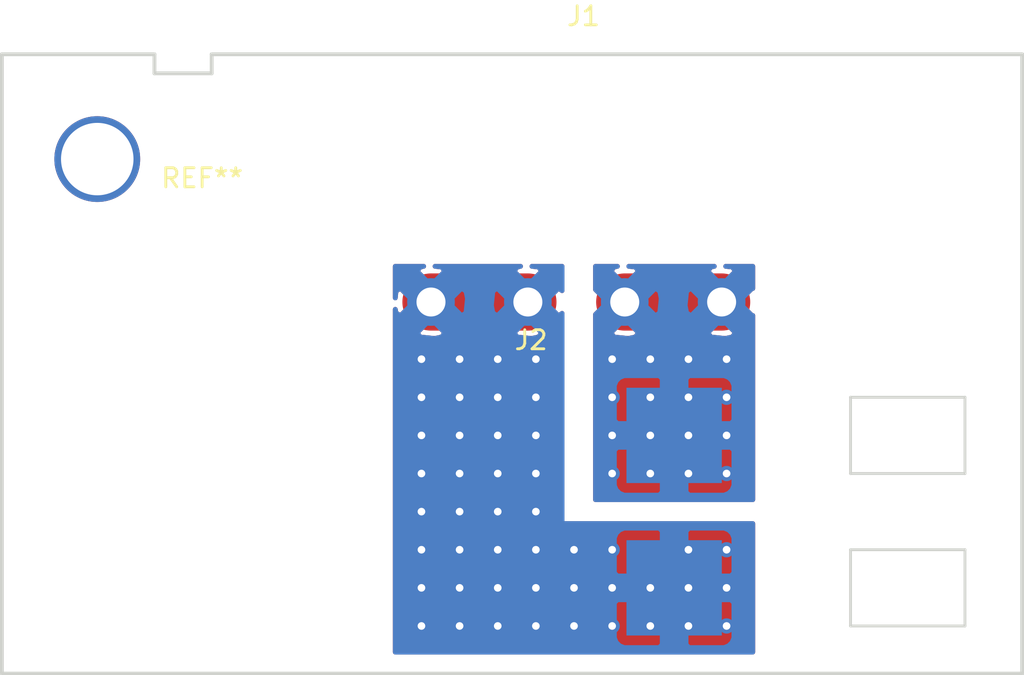
<source format=kicad_pcb>
(kicad_pcb (version 20171130) (host pcbnew "(5.0.0)")

  (general
    (thickness 1.6)
    (drawings 16)
    (tracks 64)
    (zones 0)
    (modules 3)
    (nets 3)
  )

  (page A4)
  (layers
    (0 F.Cu signal)
    (31 B.Cu signal)
    (32 B.Adhes user)
    (33 F.Adhes user)
    (34 B.Paste user)
    (35 F.Paste user)
    (36 B.SilkS user)
    (37 F.SilkS user)
    (38 B.Mask user)
    (39 F.Mask user)
    (40 Dwgs.User user)
    (41 Cmts.User user)
    (42 Eco1.User user)
    (43 Eco2.User user)
    (44 Edge.Cuts user)
    (45 Margin user)
    (46 B.CrtYd user)
    (47 F.CrtYd user)
    (48 B.Fab user)
    (49 F.Fab user)
  )

  (setup
    (last_trace_width 0.25)
    (trace_clearance 0.2)
    (zone_clearance 0.508)
    (zone_45_only no)
    (trace_min 0.2)
    (segment_width 0.2)
    (edge_width 0.15)
    (via_size 0.8)
    (via_drill 0.4)
    (via_min_size 0.4)
    (via_min_drill 0.3)
    (uvia_size 0.3)
    (uvia_drill 0.1)
    (uvias_allowed no)
    (uvia_min_size 0.2)
    (uvia_min_drill 0.1)
    (pcb_text_width 0.3)
    (pcb_text_size 1.5 1.5)
    (mod_edge_width 0.15)
    (mod_text_size 1 1)
    (mod_text_width 0.15)
    (pad_size 4.5 4.5)
    (pad_drill 3.8)
    (pad_to_mask_clearance 0.2)
    (aux_axis_origin 0 0)
    (visible_elements FFFFFF7F)
    (pcbplotparams
      (layerselection 0x010fc_ffffffff)
      (usegerberextensions false)
      (usegerberattributes false)
      (usegerberadvancedattributes false)
      (creategerberjobfile false)
      (excludeedgelayer true)
      (linewidth 0.100000)
      (plotframeref false)
      (viasonmask false)
      (mode 1)
      (useauxorigin false)
      (hpglpennumber 1)
      (hpglpenspeed 20)
      (hpglpendiameter 15.000000)
      (psnegative false)
      (psa4output false)
      (plotreference true)
      (plotvalue true)
      (plotinvisibletext false)
      (padsonsilk false)
      (subtractmaskfromsilk false)
      (outputformat 1)
      (mirror false)
      (drillshape 1)
      (scaleselection 1)
      (outputdirectory ""))
  )

  (net 0 "")
  (net 1 /+12)
  (net 2 /GND)

  (net_class Default "This is the default net class."
    (clearance 0.2)
    (trace_width 0.25)
    (via_dia 0.8)
    (via_drill 0.4)
    (uvia_dia 0.3)
    (uvia_drill 0.1)
    (add_net /+12)
    (add_net /GND)
  )

  (module pads:PS2_FAT_CON (layer F.Cu) (tedit 5C2FFF2E) (tstamp 5C309C41)
    (at 77.5 73)
    (path /5C2FFBE6)
    (fp_text reference J1 (at 8 -15) (layer F.SilkS)
      (effects (font (size 1 1) (thickness 0.15)))
    )
    (fp_text value Conn_01x04_Male (at 16 -15) (layer F.Fab)
      (effects (font (size 1 1) (thickness 0.15)))
    )
    (pad 1 thru_hole circle (at 0 0) (size 2.5 2.5) (drill 1.52) (layers *.Cu *.Mask)
      (net 1 /+12))
    (pad 2 thru_hole circle (at 5.08 0) (size 2.5 2.5) (drill 1.52) (layers *.Cu *.Mask)
      (net 1 /+12))
    (pad 3 thru_hole circle (at 10.16 0) (size 2.5 2.5) (drill 1.52) (layers *.Cu *.Mask)
      (net 2 /GND))
    (pad 4 thru_hole circle (at 15.24 0) (size 2.5 2.5) (drill 1.52) (layers *.Cu *.Mask)
      (net 2 /GND))
  )

  (module pads:PS2_FAT_PWR (layer F.Cu) (tedit 5C300568) (tstamp 5C313966)
    (at 90.25 80)
    (path /5C3005E9)
    (fp_text reference J2 (at -7.5 -5) (layer F.SilkS)
      (effects (font (size 1 1) (thickness 0.15)))
    )
    (fp_text value Conn_01x02_Male (at 0 -5) (layer F.Fab)
      (effects (font (size 1 1) (thickness 0.15)))
    )
    (pad 1 smd rect (at 0 0) (size 5 5) (layers B.Cu B.Paste B.Mask)
      (net 2 /GND))
    (pad 2 smd rect (at 0 8) (size 5 5) (layers B.Cu B.Paste B.Mask)
      (net 1 /+12))
  )

  (module pads:Via_Large (layer F.Cu) (tedit 5C30148D) (tstamp 5C31D8F8)
    (at 65.5 66)
    (fp_text reference REF** (at 0 0.5) (layer F.SilkS)
      (effects (font (size 1 1) (thickness 0.15)))
    )
    (fp_text value "Via Large" (at 0 -0.5) (layer F.Fab)
      (effects (font (size 1 1) (thickness 0.15)))
    )
    (pad 1 thru_hole circle (at -5.5 -0.5) (size 4.5 4.5) (drill 3.8) (layers *.Cu))
  )

  (gr_line (start 55 92.5) (end 55 60) (layer Edge.Cuts) (width 0.2))
  (gr_line (start 63 61) (end 63 60) (layer Edge.Cuts) (width 0.2))
  (gr_line (start 63 61) (end 66 61) (layer Edge.Cuts) (width 0.2))
  (gr_line (start 99.5 90) (end 99.5 86) (layer Edge.Cuts) (width 0.15) (tstamp 5C313A98))
  (gr_line (start 105.5 90) (end 99.5 90) (layer Edge.Cuts) (width 0.15) (tstamp 5C313A97))
  (gr_line (start 105.5 86) (end 105.5 90) (layer Edge.Cuts) (width 0.15) (tstamp 5C313A96))
  (gr_line (start 99.5 86) (end 105.5 86) (layer Edge.Cuts) (width 0.15) (tstamp 5C313A95))
  (gr_line (start 99.5 82) (end 99.5 78) (layer Edge.Cuts) (width 0.15) (tstamp 5C313AA3))
  (gr_line (start 105.5 82) (end 99.5 82) (layer Edge.Cuts) (width 0.15) (tstamp 5C313AA6))
  (gr_line (start 105.5 78) (end 105.5 82) (layer Edge.Cuts) (width 0.15))
  (gr_line (start 99.5 78) (end 105.5 78) (layer Edge.Cuts) (width 0.15) (tstamp 5C313AA9))
  (gr_line (start 66 60) (end 108.5 60) (layer Edge.Cuts) (width 0.2))
  (gr_line (start 66 61) (end 66 60) (layer Edge.Cuts) (width 0.2))
  (gr_line (start 108.5 92.5) (end 55 92.5) (layer Edge.Cuts) (width 0.2))
  (gr_line (start 108.5 60) (end 108.5 92.5) (layer Edge.Cuts) (width 0.2))
  (gr_line (start 55 60) (end 63 60) (layer Edge.Cuts) (width 0.2))

  (via (at 89 88) (size 0.8) (drill 0.4) (layers F.Cu B.Cu) (net 1))
  (via (at 91 88) (size 0.8) (drill 0.4) (layers F.Cu B.Cu) (net 1))
  (via (at 91 86) (size 0.8) (drill 0.4) (layers F.Cu B.Cu) (net 1))
  (via (at 91 90) (size 0.8) (drill 0.4) (layers F.Cu B.Cu) (net 1))
  (via (at 89 90) (size 0.8) (drill 0.4) (layers F.Cu B.Cu) (net 1))
  (via (at 91 82) (size 0.8) (drill 0.4) (layers F.Cu B.Cu) (net 2))
  (via (at 89 82) (size 0.8) (drill 0.4) (layers F.Cu B.Cu) (net 2))
  (via (at 91 80) (size 0.8) (drill 0.4) (layers F.Cu B.Cu) (net 2))
  (via (at 89 80) (size 0.8) (drill 0.4) (layers F.Cu B.Cu) (net 2))
  (via (at 91 78) (size 0.8) (drill 0.4) (layers F.Cu B.Cu) (net 2))
  (via (at 89 78) (size 0.8) (drill 0.4) (layers F.Cu B.Cu) (net 2))
  (segment (start 77.5 73) (end 82.58 73) (width 3) (layer F.Cu) (net 1))
  (via (at 77 76) (size 0.8) (drill 0.4) (layers F.Cu B.Cu) (net 1))
  (via (at 79 76) (size 0.8) (drill 0.4) (layers F.Cu B.Cu) (net 1))
  (via (at 81 76) (size 0.8) (drill 0.4) (layers F.Cu B.Cu) (net 1))
  (via (at 83 76) (size 0.8) (drill 0.4) (layers F.Cu B.Cu) (net 1))
  (via (at 77 78) (size 0.8) (drill 0.4) (layers F.Cu B.Cu) (net 1))
  (via (at 79 78) (size 0.8) (drill 0.4) (layers F.Cu B.Cu) (net 1))
  (via (at 81 78) (size 0.8) (drill 0.4) (layers F.Cu B.Cu) (net 1))
  (via (at 83 78) (size 0.8) (drill 0.4) (layers F.Cu B.Cu) (net 1))
  (via (at 77 80) (size 0.8) (drill 0.4) (layers F.Cu B.Cu) (net 1))
  (via (at 79 80) (size 0.8) (drill 0.4) (layers F.Cu B.Cu) (net 1))
  (via (at 81 80) (size 0.8) (drill 0.4) (layers F.Cu B.Cu) (net 1))
  (via (at 83 80) (size 0.8) (drill 0.4) (layers F.Cu B.Cu) (net 1))
  (via (at 77 82) (size 0.8) (drill 0.4) (layers F.Cu B.Cu) (net 1))
  (via (at 79 82) (size 0.8) (drill 0.4) (layers F.Cu B.Cu) (net 1))
  (via (at 81 82) (size 0.8) (drill 0.4) (layers F.Cu B.Cu) (net 1))
  (via (at 83 82) (size 0.8) (drill 0.4) (layers F.Cu B.Cu) (net 1))
  (via (at 77 84) (size 0.8) (drill 0.4) (layers F.Cu B.Cu) (net 1))
  (via (at 79 84) (size 0.8) (drill 0.4) (layers F.Cu B.Cu) (net 1))
  (via (at 81 84) (size 0.8) (drill 0.4) (layers F.Cu B.Cu) (net 1))
  (via (at 83 84) (size 0.8) (drill 0.4) (layers F.Cu B.Cu) (net 1))
  (via (at 77 86) (size 0.8) (drill 0.4) (layers F.Cu B.Cu) (net 1))
  (via (at 77 88) (size 0.8) (drill 0.4) (layers F.Cu B.Cu) (net 1))
  (via (at 77 90) (size 0.8) (drill 0.4) (layers F.Cu B.Cu) (net 1))
  (via (at 79 90) (size 0.8) (drill 0.4) (layers F.Cu B.Cu) (net 1))
  (via (at 81 90) (size 0.8) (drill 0.4) (layers F.Cu B.Cu) (net 1))
  (via (at 83 90) (size 0.8) (drill 0.4) (layers F.Cu B.Cu) (net 1))
  (via (at 85 90) (size 0.8) (drill 0.4) (layers F.Cu B.Cu) (net 1))
  (via (at 87 90) (size 0.8) (drill 0.4) (layers F.Cu B.Cu) (net 1))
  (via (at 93 90) (size 0.8) (drill 0.4) (layers F.Cu B.Cu) (net 1))
  (via (at 93 88) (size 0.8) (drill 0.4) (layers F.Cu B.Cu) (net 1))
  (via (at 93 86) (size 0.8) (drill 0.4) (layers F.Cu B.Cu) (net 1))
  (via (at 87 88) (size 0.8) (drill 0.4) (layers F.Cu B.Cu) (net 1))
  (via (at 85 88) (size 0.8) (drill 0.4) (layers F.Cu B.Cu) (net 1))
  (via (at 83 88) (size 0.8) (drill 0.4) (layers F.Cu B.Cu) (net 1))
  (via (at 81 88) (size 0.8) (drill 0.4) (layers F.Cu B.Cu) (net 1))
  (via (at 79 88) (size 0.8) (drill 0.4) (layers F.Cu B.Cu) (net 1))
  (via (at 79 86) (size 0.8) (drill 0.4) (layers F.Cu B.Cu) (net 1))
  (via (at 81 86) (size 0.8) (drill 0.4) (layers F.Cu B.Cu) (net 1))
  (via (at 83 86) (size 0.8) (drill 0.4) (layers F.Cu B.Cu) (net 1))
  (via (at 85 86) (size 0.8) (drill 0.4) (layers F.Cu B.Cu) (net 1))
  (via (at 87 86) (size 0.8) (drill 0.4) (layers F.Cu B.Cu) (net 1))
  (segment (start 87.66 73) (end 92.74 73) (width 3) (layer F.Cu) (net 2))
  (via (at 87 76) (size 0.8) (drill 0.4) (layers F.Cu B.Cu) (net 2))
  (via (at 89 76) (size 0.8) (drill 0.4) (layers F.Cu B.Cu) (net 2))
  (via (at 91 76) (size 0.8) (drill 0.4) (layers F.Cu B.Cu) (net 2))
  (via (at 93 76) (size 0.8) (drill 0.4) (layers F.Cu B.Cu) (net 2))
  (via (at 87 78) (size 0.8) (drill 0.4) (layers F.Cu B.Cu) (net 2))
  (via (at 93 78) (size 0.8) (drill 0.4) (layers F.Cu B.Cu) (net 2))
  (via (at 87 80) (size 0.8) (drill 0.4) (layers F.Cu B.Cu) (net 2))
  (via (at 93 80) (size 0.8) (drill 0.4) (layers F.Cu B.Cu) (net 2))
  (via (at 87 82) (size 0.8) (drill 0.4) (layers F.Cu B.Cu) (net 2))
  (via (at 93 82) (size 0.8) (drill 0.4) (layers F.Cu B.Cu) (net 2))

  (zone (net 2) (net_name /GND) (layer B.Cu) (tstamp 0) (hatch edge 0.508)
    (connect_pads (clearance 0.508))
    (min_thickness 0.254)
    (fill yes (arc_segments 16) (thermal_gap 0.508) (thermal_bridge_width 1.5))
    (polygon
      (pts
        (xy 86 71) (xy 94.5 71) (xy 94.5 83.5) (xy 86 83.5)
      )
    )
    (filled_polygon
      (pts
        (xy 87.095334 71.162893) (xy 86.934193 71.393138) (xy 87.66 72.118945) (xy 88.385807 71.393138) (xy 88.224666 71.162893)
        (xy 87.873488 71.127) (xy 92.355778 71.127) (xy 92.175334 71.162893) (xy 92.014193 71.393138) (xy 92.74 72.118945)
        (xy 93.465807 71.393138) (xy 93.304666 71.162893) (xy 92.953488 71.127) (xy 94.373 71.127) (xy 94.373 72.292486)
        (xy 94.346862 72.274193) (xy 93.621055 73) (xy 94.346862 73.725807) (xy 94.373 73.707514) (xy 94.373 83.373)
        (xy 86.127 83.373) (xy 86.127 80.78175) (xy 87.115 80.78175) (xy 87.115 82.62631) (xy 87.211673 82.859699)
        (xy 87.390302 83.038327) (xy 87.623691 83.135) (xy 89.46825 83.135) (xy 89.627 82.97625) (xy 89.627 80.623)
        (xy 90.873 80.623) (xy 90.873 82.97625) (xy 91.03175 83.135) (xy 92.876309 83.135) (xy 93.109698 83.038327)
        (xy 93.288327 82.859699) (xy 93.385 82.62631) (xy 93.385 80.78175) (xy 93.22625 80.623) (xy 90.873 80.623)
        (xy 89.627 80.623) (xy 87.27375 80.623) (xy 87.115 80.78175) (xy 86.127 80.78175) (xy 86.127 77.37369)
        (xy 87.115 77.37369) (xy 87.115 79.21825) (xy 87.27375 79.377) (xy 89.627 79.377) (xy 89.627 77.02375)
        (xy 90.873 77.02375) (xy 90.873 79.377) (xy 93.22625 79.377) (xy 93.385 79.21825) (xy 93.385 77.37369)
        (xy 93.288327 77.140301) (xy 93.109698 76.961673) (xy 92.876309 76.865) (xy 91.03175 76.865) (xy 90.873 77.02375)
        (xy 89.627 77.02375) (xy 89.46825 76.865) (xy 87.623691 76.865) (xy 87.390302 76.961673) (xy 87.211673 77.140301)
        (xy 87.115 77.37369) (xy 86.127 77.37369) (xy 86.127 74.606862) (xy 86.934193 74.606862) (xy 87.095334 74.837107)
        (xy 87.841347 74.913355) (xy 88.224666 74.837107) (xy 88.385807 74.606862) (xy 92.014193 74.606862) (xy 92.175334 74.837107)
        (xy 92.921347 74.913355) (xy 93.304666 74.837107) (xy 93.465807 74.606862) (xy 92.74 73.881055) (xy 92.014193 74.606862)
        (xy 88.385807 74.606862) (xy 87.66 73.881055) (xy 86.934193 74.606862) (xy 86.127 74.606862) (xy 86.127 73.651945)
        (xy 86.778945 73) (xy 88.541055 73) (xy 89.266862 73.725807) (xy 89.497107 73.564666) (xy 89.536285 73.181347)
        (xy 90.826645 73.181347) (xy 90.902893 73.564666) (xy 91.133138 73.725807) (xy 91.858945 73) (xy 91.133138 72.274193)
        (xy 90.902893 72.435334) (xy 90.826645 73.181347) (xy 89.536285 73.181347) (xy 89.573355 72.818653) (xy 89.497107 72.435334)
        (xy 89.266862 72.274193) (xy 88.541055 73) (xy 86.778945 73) (xy 86.127 72.348055) (xy 86.127 71.127)
        (xy 87.275778 71.127)
      )
    )
  )
  (zone (net 1) (net_name /+12) (layer B.Cu) (tstamp 0) (hatch edge 0.508)
    (connect_pads (clearance 0.508))
    (min_thickness 0.254)
    (fill yes (arc_segments 16) (thermal_gap 0.508) (thermal_bridge_width 1.5))
    (polygon
      (pts
        (xy 84.5 71) (xy 84.5 84.5) (xy 94.5 84.5) (xy 94.5 91.5) (xy 83.5 91.5)
        (xy 75.5 91.5) (xy 75.5 81.25) (xy 75.5 71)
      )
    )
    (filled_polygon
      (pts
        (xy 76.935334 71.162893) (xy 76.774193 71.393138) (xy 77.5 72.118945) (xy 78.225807 71.393138) (xy 78.064666 71.162893)
        (xy 77.713488 71.127) (xy 82.195778 71.127) (xy 82.015334 71.162893) (xy 81.854193 71.393138) (xy 82.58 72.118945)
        (xy 83.305807 71.393138) (xy 83.144666 71.162893) (xy 82.793488 71.127) (xy 84.373 71.127) (xy 84.373 72.404465)
        (xy 84.186862 72.274193) (xy 83.461055 73) (xy 84.186862 73.725807) (xy 84.373 73.595535) (xy 84.373 84.5)
        (xy 84.382667 84.548601) (xy 84.410197 84.589803) (xy 84.451399 84.617333) (xy 84.5 84.627) (xy 94.373 84.627)
        (xy 94.373 91.373) (xy 75.627 91.373) (xy 75.627 88.78175) (xy 87.115 88.78175) (xy 87.115 90.62631)
        (xy 87.211673 90.859699) (xy 87.390302 91.038327) (xy 87.623691 91.135) (xy 89.46825 91.135) (xy 89.627 90.97625)
        (xy 89.627 88.623) (xy 90.873 88.623) (xy 90.873 90.97625) (xy 91.03175 91.135) (xy 92.876309 91.135)
        (xy 93.109698 91.038327) (xy 93.288327 90.859699) (xy 93.385 90.62631) (xy 93.385 88.78175) (xy 93.22625 88.623)
        (xy 90.873 88.623) (xy 89.627 88.623) (xy 87.27375 88.623) (xy 87.115 88.78175) (xy 75.627 88.78175)
        (xy 75.627 85.37369) (xy 87.115 85.37369) (xy 87.115 87.21825) (xy 87.27375 87.377) (xy 89.627 87.377)
        (xy 89.627 85.02375) (xy 90.873 85.02375) (xy 90.873 87.377) (xy 93.22625 87.377) (xy 93.385 87.21825)
        (xy 93.385 85.37369) (xy 93.288327 85.140301) (xy 93.109698 84.961673) (xy 92.876309 84.865) (xy 91.03175 84.865)
        (xy 90.873 85.02375) (xy 89.627 85.02375) (xy 89.46825 84.865) (xy 87.623691 84.865) (xy 87.390302 84.961673)
        (xy 87.211673 85.140301) (xy 87.115 85.37369) (xy 75.627 85.37369) (xy 75.627 74.606862) (xy 76.774193 74.606862)
        (xy 76.935334 74.837107) (xy 77.681347 74.913355) (xy 78.064666 74.837107) (xy 78.225807 74.606862) (xy 81.854193 74.606862)
        (xy 82.015334 74.837107) (xy 82.761347 74.913355) (xy 83.144666 74.837107) (xy 83.305807 74.606862) (xy 82.58 73.881055)
        (xy 81.854193 74.606862) (xy 78.225807 74.606862) (xy 77.5 73.881055) (xy 76.774193 74.606862) (xy 75.627 74.606862)
        (xy 75.627 73.384222) (xy 75.662893 73.564666) (xy 75.893138 73.725807) (xy 76.618945 73) (xy 78.381055 73)
        (xy 79.106862 73.725807) (xy 79.337107 73.564666) (xy 79.376285 73.181347) (xy 80.666645 73.181347) (xy 80.742893 73.564666)
        (xy 80.973138 73.725807) (xy 81.698945 73) (xy 80.973138 72.274193) (xy 80.742893 72.435334) (xy 80.666645 73.181347)
        (xy 79.376285 73.181347) (xy 79.413355 72.818653) (xy 79.337107 72.435334) (xy 79.106862 72.274193) (xy 78.381055 73)
        (xy 76.618945 73) (xy 75.893138 72.274193) (xy 75.662893 72.435334) (xy 75.627 72.786512) (xy 75.627 71.127)
        (xy 77.115778 71.127)
      )
    )
  )
  (zone (net 2) (net_name /GND) (layer F.Cu) (tstamp 5C313AC8) (hatch edge 0.508)
    (connect_pads (clearance 0.508))
    (min_thickness 0.254)
    (fill yes (arc_segments 16) (thermal_gap 0.508) (thermal_bridge_width 1.5))
    (polygon
      (pts
        (xy 86 71) (xy 94.5 71) (xy 94.5 83.5) (xy 86 83.5)
      )
    )
    (filled_polygon
      (pts
        (xy 87.095334 71.162893) (xy 86.934193 71.393138) (xy 87.66 72.118945) (xy 88.385807 71.393138) (xy 88.224666 71.162893)
        (xy 87.873488 71.127) (xy 92.355778 71.127) (xy 92.175334 71.162893) (xy 92.014193 71.393138) (xy 92.74 72.118945)
        (xy 93.465807 71.393138) (xy 93.304666 71.162893) (xy 92.953488 71.127) (xy 94.373 71.127) (xy 94.373 72.292486)
        (xy 94.346862 72.274193) (xy 93.621055 73) (xy 94.346862 73.725807) (xy 94.373 73.707514) (xy 94.373 83.373)
        (xy 86.127 83.373) (xy 86.127 74.606862) (xy 86.934193 74.606862) (xy 87.095334 74.837107) (xy 87.841347 74.913355)
        (xy 88.224666 74.837107) (xy 88.385807 74.606862) (xy 92.014193 74.606862) (xy 92.175334 74.837107) (xy 92.921347 74.913355)
        (xy 93.304666 74.837107) (xy 93.465807 74.606862) (xy 92.74 73.881055) (xy 92.014193 74.606862) (xy 88.385807 74.606862)
        (xy 87.66 73.881055) (xy 86.934193 74.606862) (xy 86.127 74.606862) (xy 86.127 73.651945) (xy 86.778945 73)
        (xy 88.541055 73) (xy 89.266862 73.725807) (xy 89.497107 73.564666) (xy 89.536285 73.181347) (xy 90.826645 73.181347)
        (xy 90.902893 73.564666) (xy 91.133138 73.725807) (xy 91.858945 73) (xy 91.133138 72.274193) (xy 90.902893 72.435334)
        (xy 90.826645 73.181347) (xy 89.536285 73.181347) (xy 89.573355 72.818653) (xy 89.497107 72.435334) (xy 89.266862 72.274193)
        (xy 88.541055 73) (xy 86.778945 73) (xy 86.127 72.348055) (xy 86.127 71.127) (xy 87.275778 71.127)
      )
    )
  )
  (zone (net 1) (net_name /+12) (layer F.Cu) (tstamp 5C313ACE) (hatch edge 0.508)
    (connect_pads (clearance 0.508))
    (min_thickness 0.254)
    (fill yes (arc_segments 16) (thermal_gap 0.508) (thermal_bridge_width 1.5))
    (polygon
      (pts
        (xy 84.5 71) (xy 84.5 84.5) (xy 94.5 84.5) (xy 94.5 91.5) (xy 83.5 91.5)
        (xy 75.5 91.5) (xy 75.5 81.25) (xy 75.5 71)
      )
    )
    (filled_polygon
      (pts
        (xy 76.935334 71.162893) (xy 76.774193 71.393138) (xy 77.5 72.118945) (xy 78.225807 71.393138) (xy 78.064666 71.162893)
        (xy 77.713488 71.127) (xy 82.195778 71.127) (xy 82.015334 71.162893) (xy 81.854193 71.393138) (xy 82.58 72.118945)
        (xy 83.305807 71.393138) (xy 83.144666 71.162893) (xy 82.793488 71.127) (xy 84.373 71.127) (xy 84.373 72.404465)
        (xy 84.186862 72.274193) (xy 83.461055 73) (xy 84.186862 73.725807) (xy 84.373 73.595535) (xy 84.373 84.5)
        (xy 84.382667 84.548601) (xy 84.410197 84.589803) (xy 84.451399 84.617333) (xy 84.5 84.627) (xy 94.373 84.627)
        (xy 94.373 91.373) (xy 75.627 91.373) (xy 75.627 74.606862) (xy 76.774193 74.606862) (xy 76.935334 74.837107)
        (xy 77.681347 74.913355) (xy 78.064666 74.837107) (xy 78.225807 74.606862) (xy 81.854193 74.606862) (xy 82.015334 74.837107)
        (xy 82.761347 74.913355) (xy 83.144666 74.837107) (xy 83.305807 74.606862) (xy 82.58 73.881055) (xy 81.854193 74.606862)
        (xy 78.225807 74.606862) (xy 77.5 73.881055) (xy 76.774193 74.606862) (xy 75.627 74.606862) (xy 75.627 73.384222)
        (xy 75.662893 73.564666) (xy 75.893138 73.725807) (xy 76.618945 73) (xy 78.381055 73) (xy 79.106862 73.725807)
        (xy 79.337107 73.564666) (xy 79.376285 73.181347) (xy 80.666645 73.181347) (xy 80.742893 73.564666) (xy 80.973138 73.725807)
        (xy 81.698945 73) (xy 80.973138 72.274193) (xy 80.742893 72.435334) (xy 80.666645 73.181347) (xy 79.376285 73.181347)
        (xy 79.413355 72.818653) (xy 79.337107 72.435334) (xy 79.106862 72.274193) (xy 78.381055 73) (xy 76.618945 73)
        (xy 75.893138 72.274193) (xy 75.662893 72.435334) (xy 75.627 72.786512) (xy 75.627 71.127) (xy 77.115778 71.127)
      )
    )
  )
)

</source>
